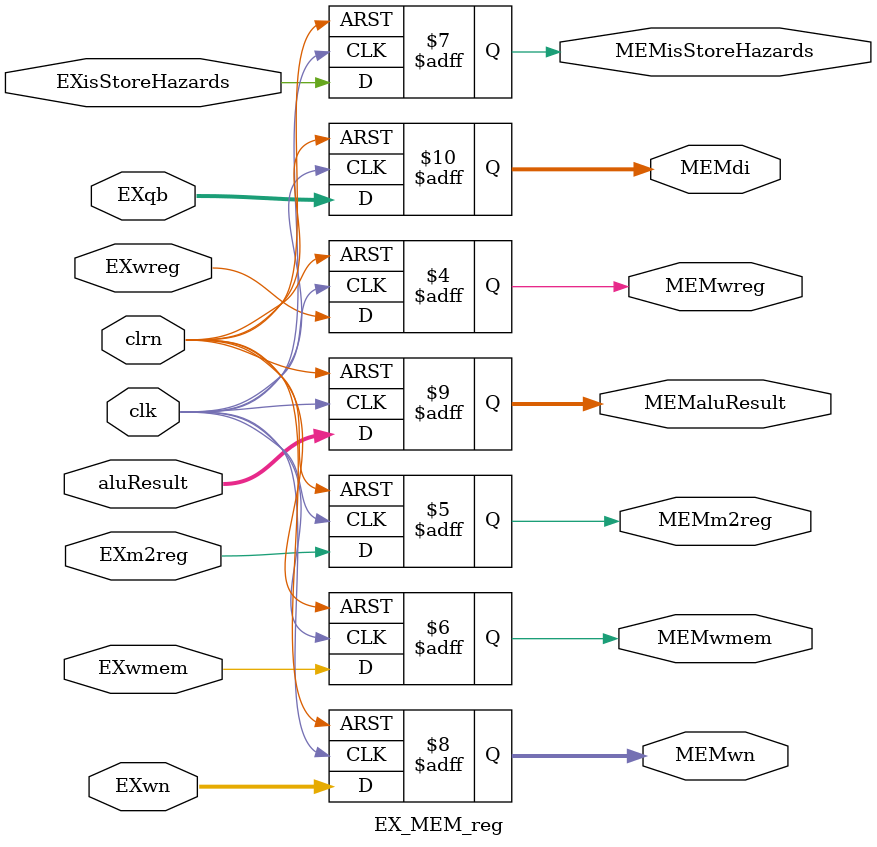
<source format=v>
`timescale 1ns / 1ps
module EX_MEM_reg(EXwreg,EXm2reg,EXwmem,EXisStoreHazards,EXwn,aluResult,EXqb,clrn,clk,
						MEMwreg,MEMm2reg,MEMwmem,MEMisStoreHazards,MEMwn,MEMaluResult,MEMdi
    );
	input EXwreg,EXm2reg,EXwmem;
	input EXisStoreHazards;
	input [4:0] EXwn;
	input [31:0] aluResult,EXqb;
	input clrn,clk;
	
	output MEMwreg,MEMm2reg,MEMwmem;
	output MEMisStoreHazards;
	output [4:0] MEMwn;
	output [31:0] MEMaluResult,MEMdi;
	
	reg MEMwreg,MEMm2reg,MEMwmem;
	reg MEMisStoreHazards;
	reg [4:0] MEMwn;
	reg [31:0] MEMaluResult,MEMdi;
	
	always @(negedge clrn or posedge clk)
		begin
			if(clrn == 0)
				begin
					MEMwreg <= 0;
					MEMm2reg <= 0;
					MEMwmem <= 0;
					MEMisStoreHazards <= 0;
					MEMwn <= 0;
					MEMaluResult <= 0;
					MEMdi <= 0;
				end
			else
				begin
					MEMwreg <= EXwreg;
					MEMm2reg <= EXm2reg;
					MEMwmem <= EXwmem;
					MEMisStoreHazards <= EXisStoreHazards;
					MEMwn <= EXwn;
					MEMaluResult <= aluResult;
					MEMdi <= EXqb;
				end
		end

	initial
		begin
			MEMwreg = 0;
			MEMm2reg = 0;
			MEMwmem = 0;
			MEMisStoreHazards = 0;
			MEMwn = 0;
			MEMaluResult = 0;
			MEMdi = 0;
		end
endmodule

</source>
